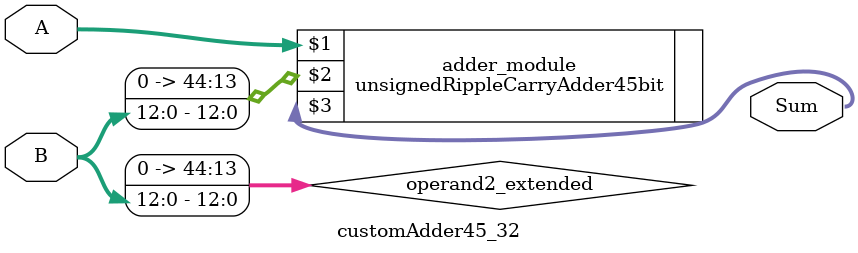
<source format=v>
module customAdder45_32(
                        input [44 : 0] A,
                        input [12 : 0] B,
                        
                        output [45 : 0] Sum
                );

        wire [44 : 0] operand2_extended;
        
        assign operand2_extended =  {32'b0, B};
        
        unsignedRippleCarryAdder45bit adder_module(
            A,
            operand2_extended,
            Sum
        );
        
        endmodule
        
</source>
